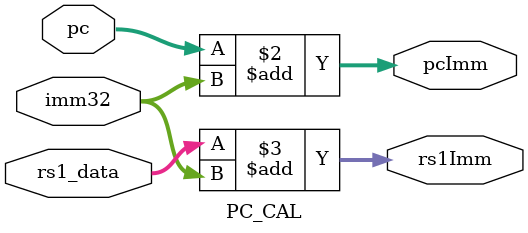
<source format=v>
module PC_CAL(
    input [31: 0] pc,
    input [31: 0] imm32,
    input [31: 0] rs1_data,

    output reg [31: 0] pcImm,
    output reg [31: 0] rs1Imm
);

always @(*) begin
    pcImm = pc + imm32;
    rs1Imm = rs1_data + imm32;
end
endmodule
</source>
